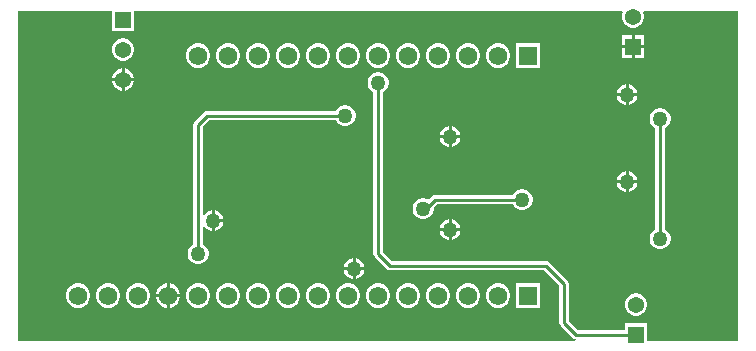
<source format=gbl>
G04*
G04 #@! TF.GenerationSoftware,Altium Limited,Altium Designer,21.6.4 (81)*
G04*
G04 Layer_Physical_Order=2*
G04 Layer_Color=16711680*
%FSLAX25Y25*%
%MOIN*%
G70*
G04*
G04 #@! TF.SameCoordinates,CDACAC81-B456-474A-B871-3F5FD81D5149*
G04*
G04*
G04 #@! TF.FilePolarity,Positive*
G04*
G01*
G75*
%ADD13C,0.01000*%
%ADD39C,0.06142*%
%ADD40R,0.06142X0.06142*%
%ADD41C,0.05394*%
%ADD42R,0.05394X0.05394*%
%ADD43C,0.05000*%
G36*
X245000Y5000D02*
X214697D01*
Y10697D01*
X207303D01*
Y8529D01*
X191633D01*
X188529Y11633D01*
Y24000D01*
X188413Y24585D01*
X188081Y25081D01*
X182081Y31081D01*
X181585Y31413D01*
X181000Y31529D01*
X129633D01*
X126529Y34633D01*
Y87841D01*
X127149Y88199D01*
X127801Y88851D01*
X128261Y89649D01*
X128500Y90539D01*
Y91461D01*
X128261Y92351D01*
X127801Y93149D01*
X127149Y93801D01*
X126351Y94261D01*
X125461Y94500D01*
X124539D01*
X123649Y94261D01*
X122851Y93801D01*
X122199Y93149D01*
X121739Y92351D01*
X121500Y91461D01*
Y90539D01*
X121739Y89649D01*
X122199Y88851D01*
X122851Y88199D01*
X123471Y87841D01*
Y34000D01*
X123587Y33415D01*
X123919Y32919D01*
X127919Y28919D01*
X128415Y28587D01*
X129000Y28471D01*
X180367D01*
X185471Y23367D01*
Y11000D01*
X185587Y10415D01*
X185919Y9919D01*
X189919Y5919D01*
X190415Y5587D01*
X190852Y5500D01*
X190803Y5000D01*
X5000D01*
Y115000D01*
X36303D01*
Y108303D01*
X43697D01*
Y115000D01*
X206386D01*
X206636Y114567D01*
X206555Y114427D01*
X206303Y113487D01*
Y112513D01*
X206555Y111573D01*
X207042Y110730D01*
X207730Y110042D01*
X208573Y109555D01*
X209513Y109303D01*
X210487D01*
X211427Y109555D01*
X212270Y110042D01*
X212958Y110730D01*
X213445Y111573D01*
X213697Y112513D01*
Y113487D01*
X213445Y114427D01*
X213364Y114567D01*
X213614Y115000D01*
X245000D01*
Y5000D01*
D02*
G37*
%LPC*%
G36*
X213697Y106697D02*
X210500D01*
Y103500D01*
X213697D01*
Y106697D01*
D02*
G37*
G36*
X209500D02*
X206303D01*
Y103500D01*
X209500D01*
Y106697D01*
D02*
G37*
G36*
X213697Y102500D02*
X210500D01*
Y99303D01*
X213697D01*
Y102500D01*
D02*
G37*
G36*
X209500D02*
X206303D01*
Y99303D01*
X209500D01*
Y102500D01*
D02*
G37*
G36*
X40487Y105697D02*
X39513D01*
X38573Y105445D01*
X37730Y104958D01*
X37042Y104270D01*
X36555Y103427D01*
X36303Y102487D01*
Y101513D01*
X36555Y100573D01*
X37042Y99730D01*
X37730Y99042D01*
X38573Y98555D01*
X39513Y98303D01*
X40487D01*
X41427Y98555D01*
X42270Y99042D01*
X42958Y99730D01*
X43445Y100573D01*
X43697Y101513D01*
Y102487D01*
X43445Y103427D01*
X42958Y104270D01*
X42270Y104958D01*
X41427Y105445D01*
X40487Y105697D01*
D02*
G37*
G36*
X179071Y104071D02*
X170929D01*
Y95929D01*
X179071D01*
Y104071D01*
D02*
G37*
G36*
X165536D02*
X164464D01*
X163429Y103793D01*
X162500Y103258D01*
X161742Y102500D01*
X161207Y101571D01*
X160929Y100536D01*
Y99464D01*
X161207Y98429D01*
X161742Y97500D01*
X162500Y96742D01*
X163429Y96207D01*
X164464Y95929D01*
X165536D01*
X166571Y96207D01*
X167500Y96742D01*
X168257Y97500D01*
X168793Y98429D01*
X169071Y99464D01*
Y100536D01*
X168793Y101571D01*
X168257Y102500D01*
X167500Y103258D01*
X166571Y103793D01*
X165536Y104071D01*
D02*
G37*
G36*
X155536D02*
X154464D01*
X153429Y103793D01*
X152500Y103258D01*
X151742Y102500D01*
X151207Y101571D01*
X150929Y100536D01*
Y99464D01*
X151207Y98429D01*
X151742Y97500D01*
X152500Y96742D01*
X153429Y96207D01*
X154464Y95929D01*
X155536D01*
X156571Y96207D01*
X157500Y96742D01*
X158257Y97500D01*
X158793Y98429D01*
X159071Y99464D01*
Y100536D01*
X158793Y101571D01*
X158257Y102500D01*
X157500Y103258D01*
X156571Y103793D01*
X155536Y104071D01*
D02*
G37*
G36*
X145536D02*
X144464D01*
X143429Y103793D01*
X142500Y103258D01*
X141743Y102500D01*
X141207Y101571D01*
X140929Y100536D01*
Y99464D01*
X141207Y98429D01*
X141743Y97500D01*
X142500Y96742D01*
X143429Y96207D01*
X144464Y95929D01*
X145536D01*
X146571Y96207D01*
X147500Y96742D01*
X148258Y97500D01*
X148793Y98429D01*
X149071Y99464D01*
Y100536D01*
X148793Y101571D01*
X148258Y102500D01*
X147500Y103258D01*
X146571Y103793D01*
X145536Y104071D01*
D02*
G37*
G36*
X135536D02*
X134464D01*
X133429Y103793D01*
X132500Y103258D01*
X131743Y102500D01*
X131207Y101571D01*
X130929Y100536D01*
Y99464D01*
X131207Y98429D01*
X131743Y97500D01*
X132500Y96742D01*
X133429Y96207D01*
X134464Y95929D01*
X135536D01*
X136571Y96207D01*
X137500Y96742D01*
X138258Y97500D01*
X138793Y98429D01*
X139071Y99464D01*
Y100536D01*
X138793Y101571D01*
X138258Y102500D01*
X137500Y103258D01*
X136571Y103793D01*
X135536Y104071D01*
D02*
G37*
G36*
X125536D02*
X124464D01*
X123429Y103793D01*
X122500Y103258D01*
X121742Y102500D01*
X121207Y101571D01*
X120929Y100536D01*
Y99464D01*
X121207Y98429D01*
X121742Y97500D01*
X122500Y96742D01*
X123429Y96207D01*
X124464Y95929D01*
X125536D01*
X126571Y96207D01*
X127500Y96742D01*
X128258Y97500D01*
X128793Y98429D01*
X129071Y99464D01*
Y100536D01*
X128793Y101571D01*
X128258Y102500D01*
X127500Y103258D01*
X126571Y103793D01*
X125536Y104071D01*
D02*
G37*
G36*
X115536D02*
X114464D01*
X113429Y103793D01*
X112500Y103258D01*
X111742Y102500D01*
X111207Y101571D01*
X110929Y100536D01*
Y99464D01*
X111207Y98429D01*
X111742Y97500D01*
X112500Y96742D01*
X113429Y96207D01*
X114464Y95929D01*
X115536D01*
X116571Y96207D01*
X117500Y96742D01*
X118257Y97500D01*
X118793Y98429D01*
X119071Y99464D01*
Y100536D01*
X118793Y101571D01*
X118257Y102500D01*
X117500Y103258D01*
X116571Y103793D01*
X115536Y104071D01*
D02*
G37*
G36*
X105536D02*
X104464D01*
X103429Y103793D01*
X102500Y103258D01*
X101742Y102500D01*
X101207Y101571D01*
X100929Y100536D01*
Y99464D01*
X101207Y98429D01*
X101742Y97500D01*
X102500Y96742D01*
X103429Y96207D01*
X104464Y95929D01*
X105536D01*
X106571Y96207D01*
X107500Y96742D01*
X108257Y97500D01*
X108793Y98429D01*
X109071Y99464D01*
Y100536D01*
X108793Y101571D01*
X108257Y102500D01*
X107500Y103258D01*
X106571Y103793D01*
X105536Y104071D01*
D02*
G37*
G36*
X95536D02*
X94464D01*
X93429Y103793D01*
X92500Y103258D01*
X91742Y102500D01*
X91207Y101571D01*
X90929Y100536D01*
Y99464D01*
X91207Y98429D01*
X91742Y97500D01*
X92500Y96742D01*
X93429Y96207D01*
X94464Y95929D01*
X95536D01*
X96571Y96207D01*
X97500Y96742D01*
X98257Y97500D01*
X98793Y98429D01*
X99071Y99464D01*
Y100536D01*
X98793Y101571D01*
X98257Y102500D01*
X97500Y103258D01*
X96571Y103793D01*
X95536Y104071D01*
D02*
G37*
G36*
X85536D02*
X84464D01*
X83429Y103793D01*
X82500Y103258D01*
X81743Y102500D01*
X81207Y101571D01*
X80929Y100536D01*
Y99464D01*
X81207Y98429D01*
X81743Y97500D01*
X82500Y96742D01*
X83429Y96207D01*
X84464Y95929D01*
X85536D01*
X86571Y96207D01*
X87500Y96742D01*
X88257Y97500D01*
X88793Y98429D01*
X89071Y99464D01*
Y100536D01*
X88793Y101571D01*
X88257Y102500D01*
X87500Y103258D01*
X86571Y103793D01*
X85536Y104071D01*
D02*
G37*
G36*
X75536D02*
X74464D01*
X73429Y103793D01*
X72500Y103258D01*
X71742Y102500D01*
X71207Y101571D01*
X70929Y100536D01*
Y99464D01*
X71207Y98429D01*
X71742Y97500D01*
X72500Y96742D01*
X73429Y96207D01*
X74464Y95929D01*
X75536D01*
X76571Y96207D01*
X77500Y96742D01*
X78258Y97500D01*
X78793Y98429D01*
X79071Y99464D01*
Y100536D01*
X78793Y101571D01*
X78258Y102500D01*
X77500Y103258D01*
X76571Y103793D01*
X75536Y104071D01*
D02*
G37*
G36*
X65536D02*
X64464D01*
X63429Y103793D01*
X62500Y103258D01*
X61743Y102500D01*
X61207Y101571D01*
X60929Y100536D01*
Y99464D01*
X61207Y98429D01*
X61743Y97500D01*
X62500Y96742D01*
X63429Y96207D01*
X64464Y95929D01*
X65536D01*
X66571Y96207D01*
X67500Y96742D01*
X68257Y97500D01*
X68793Y98429D01*
X69071Y99464D01*
Y100536D01*
X68793Y101571D01*
X68257Y102500D01*
X67500Y103258D01*
X66571Y103793D01*
X65536Y104071D01*
D02*
G37*
G36*
X40500Y95693D02*
Y92500D01*
X43693D01*
X43445Y93427D01*
X42958Y94270D01*
X42270Y94958D01*
X41427Y95445D01*
X40500Y95693D01*
D02*
G37*
G36*
X39500D02*
X38573Y95445D01*
X37730Y94958D01*
X37042Y94270D01*
X36555Y93427D01*
X36307Y92500D01*
X39500D01*
Y95693D01*
D02*
G37*
G36*
X43693Y91500D02*
X40500D01*
Y88307D01*
X41427Y88555D01*
X42270Y89042D01*
X42958Y89730D01*
X43445Y90573D01*
X43693Y91500D01*
D02*
G37*
G36*
X39500D02*
X36307D01*
X36555Y90573D01*
X37042Y89730D01*
X37730Y89042D01*
X38573Y88555D01*
X39500Y88307D01*
Y91500D01*
D02*
G37*
G36*
X208500Y90490D02*
Y87500D01*
X211490D01*
X211262Y88351D01*
X210801Y89149D01*
X210149Y89801D01*
X209351Y90262D01*
X208500Y90490D01*
D02*
G37*
G36*
X207500D02*
X206649Y90262D01*
X205851Y89801D01*
X205199Y89149D01*
X204738Y88351D01*
X204510Y87500D01*
X207500D01*
Y90490D01*
D02*
G37*
G36*
X211490Y86500D02*
X208500D01*
Y83511D01*
X209351Y83738D01*
X210149Y84199D01*
X210801Y84851D01*
X211262Y85649D01*
X211490Y86500D01*
D02*
G37*
G36*
X207500D02*
X204510D01*
X204738Y85649D01*
X205199Y84851D01*
X205851Y84199D01*
X206649Y83738D01*
X207500Y83511D01*
Y86500D01*
D02*
G37*
G36*
X114461Y83500D02*
X113539D01*
X112649Y83262D01*
X111851Y82801D01*
X111199Y82149D01*
X110842Y81529D01*
X68000D01*
X67415Y81413D01*
X66919Y81081D01*
X63919Y78081D01*
X63587Y77585D01*
X63471Y77000D01*
Y37159D01*
X62851Y36801D01*
X62199Y36149D01*
X61739Y35351D01*
X61500Y34461D01*
Y33539D01*
X61739Y32649D01*
X62199Y31851D01*
X62851Y31199D01*
X63649Y30738D01*
X64539Y30500D01*
X65461D01*
X66351Y30738D01*
X67149Y31199D01*
X67801Y31851D01*
X68261Y32649D01*
X68500Y33539D01*
Y34461D01*
X68261Y35351D01*
X67801Y36149D01*
X67149Y36801D01*
X66529Y37159D01*
Y43011D01*
X67029Y43145D01*
X67199Y42851D01*
X67851Y42199D01*
X68649Y41739D01*
X69500Y41510D01*
Y45000D01*
Y48489D01*
X68649Y48261D01*
X67851Y47801D01*
X67199Y47149D01*
X67029Y46855D01*
X66529Y46989D01*
Y76367D01*
X68634Y78471D01*
X110842D01*
X111199Y77851D01*
X111851Y77199D01*
X112649Y76739D01*
X113539Y76500D01*
X114461D01*
X115351Y76739D01*
X116149Y77199D01*
X116801Y77851D01*
X117262Y78649D01*
X117500Y79539D01*
Y80461D01*
X117262Y81351D01*
X116801Y82149D01*
X116149Y82801D01*
X115351Y83262D01*
X114461Y83500D01*
D02*
G37*
G36*
X149500Y76490D02*
Y73500D01*
X152489D01*
X152261Y74351D01*
X151801Y75149D01*
X151149Y75801D01*
X150351Y76262D01*
X149500Y76490D01*
D02*
G37*
G36*
X148500D02*
X147649Y76262D01*
X146851Y75801D01*
X146199Y75149D01*
X145738Y74351D01*
X145510Y73500D01*
X148500D01*
Y76490D01*
D02*
G37*
G36*
X152489Y72500D02*
X149500D01*
Y69511D01*
X150351Y69739D01*
X151149Y70199D01*
X151801Y70851D01*
X152261Y71649D01*
X152489Y72500D01*
D02*
G37*
G36*
X148500D02*
X145510D01*
X145738Y71649D01*
X146199Y70851D01*
X146851Y70199D01*
X147649Y69739D01*
X148500Y69511D01*
Y72500D01*
D02*
G37*
G36*
X208500Y61489D02*
Y58500D01*
X211490D01*
X211262Y59351D01*
X210801Y60149D01*
X210149Y60801D01*
X209351Y61261D01*
X208500Y61489D01*
D02*
G37*
G36*
X207500D02*
X206649Y61261D01*
X205851Y60801D01*
X205199Y60149D01*
X204738Y59351D01*
X204510Y58500D01*
X207500D01*
Y61489D01*
D02*
G37*
G36*
X211490Y57500D02*
X208500D01*
Y54510D01*
X209351Y54738D01*
X210149Y55199D01*
X210801Y55851D01*
X211262Y56649D01*
X211490Y57500D01*
D02*
G37*
G36*
X207500D02*
X204510D01*
X204738Y56649D01*
X205199Y55851D01*
X205851Y55199D01*
X206649Y54738D01*
X207500Y54510D01*
Y57500D01*
D02*
G37*
G36*
X173461Y55500D02*
X172539D01*
X171649Y55261D01*
X170851Y54801D01*
X170199Y54149D01*
X169842Y53529D01*
X144082D01*
X143497Y53413D01*
X143001Y53081D01*
X141877Y51958D01*
X141351Y52262D01*
X140461Y52500D01*
X139539D01*
X138649Y52262D01*
X137851Y51801D01*
X137199Y51149D01*
X136739Y50351D01*
X136500Y49461D01*
Y48539D01*
X136739Y47649D01*
X137199Y46851D01*
X137851Y46199D01*
X138649Y45739D01*
X139539Y45500D01*
X140461D01*
X141351Y45739D01*
X142149Y46199D01*
X142801Y46851D01*
X143262Y47649D01*
X143500Y48539D01*
Y49255D01*
X144716Y50471D01*
X169842D01*
X170199Y49851D01*
X170851Y49199D01*
X171649Y48739D01*
X172539Y48500D01*
X173461D01*
X174351Y48739D01*
X175149Y49199D01*
X175801Y49851D01*
X176261Y50649D01*
X176500Y51539D01*
Y52461D01*
X176261Y53351D01*
X175801Y54149D01*
X175149Y54801D01*
X174351Y55261D01*
X173461Y55500D01*
D02*
G37*
G36*
X70500Y48489D02*
Y45500D01*
X73489D01*
X73261Y46351D01*
X72801Y47149D01*
X72149Y47801D01*
X71351Y48261D01*
X70500Y48489D01*
D02*
G37*
G36*
X149500Y45489D02*
Y42500D01*
X152489D01*
X152261Y43351D01*
X151801Y44149D01*
X151149Y44801D01*
X150351Y45261D01*
X149500Y45489D01*
D02*
G37*
G36*
X148500D02*
X147649Y45261D01*
X146851Y44801D01*
X146199Y44149D01*
X145738Y43351D01*
X145510Y42500D01*
X148500D01*
Y45489D01*
D02*
G37*
G36*
X73489Y44500D02*
X70500D01*
Y41510D01*
X71351Y41739D01*
X72149Y42199D01*
X72801Y42851D01*
X73261Y43649D01*
X73489Y44500D01*
D02*
G37*
G36*
X152489Y41500D02*
X149500D01*
Y38511D01*
X150351Y38739D01*
X151149Y39199D01*
X151801Y39851D01*
X152261Y40649D01*
X152489Y41500D01*
D02*
G37*
G36*
X148500D02*
X145510D01*
X145738Y40649D01*
X146199Y39851D01*
X146851Y39199D01*
X147649Y38739D01*
X148500Y38511D01*
Y41500D01*
D02*
G37*
G36*
X219461Y82500D02*
X218539D01*
X217649Y82262D01*
X216851Y81801D01*
X216199Y81149D01*
X215739Y80351D01*
X215500Y79461D01*
Y78539D01*
X215739Y77649D01*
X216199Y76851D01*
X216851Y76199D01*
X217471Y75841D01*
Y42158D01*
X216851Y41801D01*
X216199Y41149D01*
X215739Y40351D01*
X215500Y39461D01*
Y38539D01*
X215739Y37649D01*
X216199Y36851D01*
X216851Y36199D01*
X217649Y35739D01*
X218539Y35500D01*
X219461D01*
X220351Y35739D01*
X221149Y36199D01*
X221801Y36851D01*
X222262Y37649D01*
X222500Y38539D01*
Y39461D01*
X222262Y40351D01*
X221801Y41149D01*
X221149Y41801D01*
X220529Y42158D01*
Y75841D01*
X221149Y76199D01*
X221801Y76851D01*
X222262Y77649D01*
X222500Y78539D01*
Y79461D01*
X222262Y80351D01*
X221801Y81149D01*
X221149Y81801D01*
X220351Y82262D01*
X219461Y82500D01*
D02*
G37*
G36*
X117500Y32489D02*
Y29500D01*
X120490D01*
X120262Y30351D01*
X119801Y31149D01*
X119149Y31801D01*
X118351Y32261D01*
X117500Y32489D01*
D02*
G37*
G36*
X116500D02*
X115649Y32261D01*
X114851Y31801D01*
X114199Y31149D01*
X113739Y30351D01*
X113511Y29500D01*
X116500D01*
Y32489D01*
D02*
G37*
G36*
X120490Y28500D02*
X117500D01*
Y25510D01*
X118351Y25738D01*
X119149Y26199D01*
X119801Y26851D01*
X120262Y27649D01*
X120490Y28500D01*
D02*
G37*
G36*
X116500D02*
X113511D01*
X113739Y27649D01*
X114199Y26851D01*
X114851Y26199D01*
X115649Y25738D01*
X116500Y25510D01*
Y28500D01*
D02*
G37*
G36*
X55536Y24071D02*
X55500D01*
Y20500D01*
X59071D01*
Y20536D01*
X58793Y21571D01*
X58258Y22500D01*
X57500Y23257D01*
X56571Y23793D01*
X55536Y24071D01*
D02*
G37*
G36*
X54500D02*
X54464D01*
X53429Y23793D01*
X52500Y23257D01*
X51743Y22500D01*
X51207Y21571D01*
X50929Y20536D01*
Y20500D01*
X54500D01*
Y24071D01*
D02*
G37*
G36*
X179071D02*
X170929D01*
Y15929D01*
X179071D01*
Y24071D01*
D02*
G37*
G36*
X165536D02*
X164464D01*
X163429Y23793D01*
X162500Y23257D01*
X161742Y22500D01*
X161207Y21571D01*
X160929Y20536D01*
Y19464D01*
X161207Y18429D01*
X161742Y17500D01*
X162500Y16743D01*
X163429Y16207D01*
X164464Y15929D01*
X165536D01*
X166571Y16207D01*
X167500Y16743D01*
X168257Y17500D01*
X168793Y18429D01*
X169071Y19464D01*
Y20536D01*
X168793Y21571D01*
X168257Y22500D01*
X167500Y23257D01*
X166571Y23793D01*
X165536Y24071D01*
D02*
G37*
G36*
X155536D02*
X154464D01*
X153429Y23793D01*
X152500Y23257D01*
X151742Y22500D01*
X151207Y21571D01*
X150929Y20536D01*
Y19464D01*
X151207Y18429D01*
X151742Y17500D01*
X152500Y16743D01*
X153429Y16207D01*
X154464Y15929D01*
X155536D01*
X156571Y16207D01*
X157500Y16743D01*
X158257Y17500D01*
X158793Y18429D01*
X159071Y19464D01*
Y20536D01*
X158793Y21571D01*
X158257Y22500D01*
X157500Y23257D01*
X156571Y23793D01*
X155536Y24071D01*
D02*
G37*
G36*
X145536D02*
X144464D01*
X143429Y23793D01*
X142500Y23257D01*
X141743Y22500D01*
X141207Y21571D01*
X140929Y20536D01*
Y19464D01*
X141207Y18429D01*
X141743Y17500D01*
X142500Y16743D01*
X143429Y16207D01*
X144464Y15929D01*
X145536D01*
X146571Y16207D01*
X147500Y16743D01*
X148258Y17500D01*
X148793Y18429D01*
X149071Y19464D01*
Y20536D01*
X148793Y21571D01*
X148258Y22500D01*
X147500Y23257D01*
X146571Y23793D01*
X145536Y24071D01*
D02*
G37*
G36*
X135536D02*
X134464D01*
X133429Y23793D01*
X132500Y23257D01*
X131743Y22500D01*
X131207Y21571D01*
X130929Y20536D01*
Y19464D01*
X131207Y18429D01*
X131743Y17500D01*
X132500Y16743D01*
X133429Y16207D01*
X134464Y15929D01*
X135536D01*
X136571Y16207D01*
X137500Y16743D01*
X138258Y17500D01*
X138793Y18429D01*
X139071Y19464D01*
Y20536D01*
X138793Y21571D01*
X138258Y22500D01*
X137500Y23257D01*
X136571Y23793D01*
X135536Y24071D01*
D02*
G37*
G36*
X125536D02*
X124464D01*
X123429Y23793D01*
X122500Y23257D01*
X121742Y22500D01*
X121207Y21571D01*
X120929Y20536D01*
Y19464D01*
X121207Y18429D01*
X121742Y17500D01*
X122500Y16743D01*
X123429Y16207D01*
X124464Y15929D01*
X125536D01*
X126571Y16207D01*
X127500Y16743D01*
X128258Y17500D01*
X128793Y18429D01*
X129071Y19464D01*
Y20536D01*
X128793Y21571D01*
X128258Y22500D01*
X127500Y23257D01*
X126571Y23793D01*
X125536Y24071D01*
D02*
G37*
G36*
X115536D02*
X114464D01*
X113429Y23793D01*
X112500Y23257D01*
X111742Y22500D01*
X111207Y21571D01*
X110929Y20536D01*
Y19464D01*
X111207Y18429D01*
X111742Y17500D01*
X112500Y16743D01*
X113429Y16207D01*
X114464Y15929D01*
X115536D01*
X116571Y16207D01*
X117500Y16743D01*
X118257Y17500D01*
X118793Y18429D01*
X119071Y19464D01*
Y20536D01*
X118793Y21571D01*
X118257Y22500D01*
X117500Y23257D01*
X116571Y23793D01*
X115536Y24071D01*
D02*
G37*
G36*
X105536D02*
X104464D01*
X103429Y23793D01*
X102500Y23257D01*
X101742Y22500D01*
X101207Y21571D01*
X100929Y20536D01*
Y19464D01*
X101207Y18429D01*
X101742Y17500D01*
X102500Y16743D01*
X103429Y16207D01*
X104464Y15929D01*
X105536D01*
X106571Y16207D01*
X107500Y16743D01*
X108257Y17500D01*
X108793Y18429D01*
X109071Y19464D01*
Y20536D01*
X108793Y21571D01*
X108257Y22500D01*
X107500Y23257D01*
X106571Y23793D01*
X105536Y24071D01*
D02*
G37*
G36*
X95536D02*
X94464D01*
X93429Y23793D01*
X92500Y23257D01*
X91742Y22500D01*
X91207Y21571D01*
X90929Y20536D01*
Y19464D01*
X91207Y18429D01*
X91742Y17500D01*
X92500Y16743D01*
X93429Y16207D01*
X94464Y15929D01*
X95536D01*
X96571Y16207D01*
X97500Y16743D01*
X98257Y17500D01*
X98793Y18429D01*
X99071Y19464D01*
Y20536D01*
X98793Y21571D01*
X98257Y22500D01*
X97500Y23257D01*
X96571Y23793D01*
X95536Y24071D01*
D02*
G37*
G36*
X85536D02*
X84464D01*
X83429Y23793D01*
X82500Y23257D01*
X81743Y22500D01*
X81207Y21571D01*
X80929Y20536D01*
Y19464D01*
X81207Y18429D01*
X81743Y17500D01*
X82500Y16743D01*
X83429Y16207D01*
X84464Y15929D01*
X85536D01*
X86571Y16207D01*
X87500Y16743D01*
X88257Y17500D01*
X88793Y18429D01*
X89071Y19464D01*
Y20536D01*
X88793Y21571D01*
X88257Y22500D01*
X87500Y23257D01*
X86571Y23793D01*
X85536Y24071D01*
D02*
G37*
G36*
X75536D02*
X74464D01*
X73429Y23793D01*
X72500Y23257D01*
X71742Y22500D01*
X71207Y21571D01*
X70929Y20536D01*
Y19464D01*
X71207Y18429D01*
X71742Y17500D01*
X72500Y16743D01*
X73429Y16207D01*
X74464Y15929D01*
X75536D01*
X76571Y16207D01*
X77500Y16743D01*
X78258Y17500D01*
X78793Y18429D01*
X79071Y19464D01*
Y20536D01*
X78793Y21571D01*
X78258Y22500D01*
X77500Y23257D01*
X76571Y23793D01*
X75536Y24071D01*
D02*
G37*
G36*
X65536D02*
X64464D01*
X63429Y23793D01*
X62500Y23257D01*
X61743Y22500D01*
X61207Y21571D01*
X60929Y20536D01*
Y19464D01*
X61207Y18429D01*
X61743Y17500D01*
X62500Y16743D01*
X63429Y16207D01*
X64464Y15929D01*
X65536D01*
X66571Y16207D01*
X67500Y16743D01*
X68257Y17500D01*
X68793Y18429D01*
X69071Y19464D01*
Y20536D01*
X68793Y21571D01*
X68257Y22500D01*
X67500Y23257D01*
X66571Y23793D01*
X65536Y24071D01*
D02*
G37*
G36*
X59071Y19500D02*
X55500D01*
Y15929D01*
X55536D01*
X56571Y16207D01*
X57500Y16743D01*
X58258Y17500D01*
X58793Y18429D01*
X59071Y19464D01*
Y19500D01*
D02*
G37*
G36*
X54500D02*
X50929D01*
Y19464D01*
X51207Y18429D01*
X51743Y17500D01*
X52500Y16743D01*
X53429Y16207D01*
X54464Y15929D01*
X54500D01*
Y19500D01*
D02*
G37*
G36*
X45536Y24071D02*
X44464D01*
X43429Y23793D01*
X42500Y23257D01*
X41743Y22500D01*
X41207Y21571D01*
X40929Y20536D01*
Y19464D01*
X41207Y18429D01*
X41743Y17500D01*
X42500Y16743D01*
X43429Y16207D01*
X44464Y15929D01*
X45536D01*
X46571Y16207D01*
X47500Y16743D01*
X48257Y17500D01*
X48793Y18429D01*
X49071Y19464D01*
Y20536D01*
X48793Y21571D01*
X48257Y22500D01*
X47500Y23257D01*
X46571Y23793D01*
X45536Y24071D01*
D02*
G37*
G36*
X35536D02*
X34464D01*
X33429Y23793D01*
X32500Y23257D01*
X31743Y22500D01*
X31207Y21571D01*
X30929Y20536D01*
Y19464D01*
X31207Y18429D01*
X31743Y17500D01*
X32500Y16743D01*
X33429Y16207D01*
X34464Y15929D01*
X35536D01*
X36571Y16207D01*
X37500Y16743D01*
X38258Y17500D01*
X38793Y18429D01*
X39071Y19464D01*
Y20536D01*
X38793Y21571D01*
X38258Y22500D01*
X37500Y23257D01*
X36571Y23793D01*
X35536Y24071D01*
D02*
G37*
G36*
X25536D02*
X24464D01*
X23429Y23793D01*
X22500Y23257D01*
X21743Y22500D01*
X21207Y21571D01*
X20929Y20536D01*
Y19464D01*
X21207Y18429D01*
X21743Y17500D01*
X22500Y16743D01*
X23429Y16207D01*
X24464Y15929D01*
X25536D01*
X26571Y16207D01*
X27500Y16743D01*
X28258Y17500D01*
X28793Y18429D01*
X29071Y19464D01*
Y20536D01*
X28793Y21571D01*
X28258Y22500D01*
X27500Y23257D01*
X26571Y23793D01*
X25536Y24071D01*
D02*
G37*
G36*
X211487Y20697D02*
X210513D01*
X209573Y20445D01*
X208730Y19958D01*
X208042Y19270D01*
X207555Y18427D01*
X207303Y17487D01*
Y16513D01*
X207555Y15573D01*
X208042Y14730D01*
X208730Y14042D01*
X209573Y13555D01*
X210513Y13303D01*
X211487D01*
X212427Y13555D01*
X213270Y14042D01*
X213958Y14730D01*
X214445Y15573D01*
X214697Y16513D01*
Y17487D01*
X214445Y18427D01*
X213958Y19270D01*
X213270Y19958D01*
X212427Y20445D01*
X211487Y20697D01*
D02*
G37*
%LPD*%
D13*
X144082Y52000D02*
X173000D01*
X141082Y49000D02*
X144082Y52000D01*
X140000Y49000D02*
X141082D01*
X219000Y39000D02*
Y79000D01*
X191000Y7000D02*
X211000D01*
X187000Y11000D02*
X191000Y7000D01*
X187000Y11000D02*
Y24000D01*
X181000Y30000D02*
X187000Y24000D01*
X129000Y30000D02*
X181000D01*
X125000Y34000D02*
X129000Y30000D01*
X65000Y34000D02*
Y77000D01*
X68000Y80000D02*
X114000D01*
X65000Y77000D02*
X68000Y80000D01*
X125000Y34000D02*
Y91000D01*
D39*
X65000Y100000D02*
D03*
X75000D02*
D03*
X125000D02*
D03*
X115000D02*
D03*
X105000D02*
D03*
X95000D02*
D03*
X85000D02*
D03*
X165000D02*
D03*
X155000D02*
D03*
X145000D02*
D03*
X135000D02*
D03*
X25000Y20000D02*
D03*
X35000D02*
D03*
X45000D02*
D03*
X55000D02*
D03*
X65000D02*
D03*
X75000D02*
D03*
X85000D02*
D03*
X95000D02*
D03*
X105000D02*
D03*
X115000D02*
D03*
X125000D02*
D03*
X135000D02*
D03*
X145000D02*
D03*
X155000D02*
D03*
X165000D02*
D03*
D40*
X175000Y100000D02*
D03*
Y20000D02*
D03*
D41*
X210000Y113000D02*
D03*
X40000Y92000D02*
D03*
Y102000D02*
D03*
X211000Y17000D02*
D03*
D42*
X210000Y103000D02*
D03*
X40000Y112000D02*
D03*
X211000Y7000D02*
D03*
D43*
X70000Y45000D02*
D03*
X208000Y87000D02*
D03*
X149000Y73000D02*
D03*
Y42000D02*
D03*
X173000Y52000D02*
D03*
X208000Y58000D02*
D03*
X117000Y29000D02*
D03*
X125000Y91000D02*
D03*
X114000Y80000D02*
D03*
X65000Y34000D02*
D03*
X140000Y49000D02*
D03*
X219000Y39000D02*
D03*
Y79000D02*
D03*
M02*

</source>
